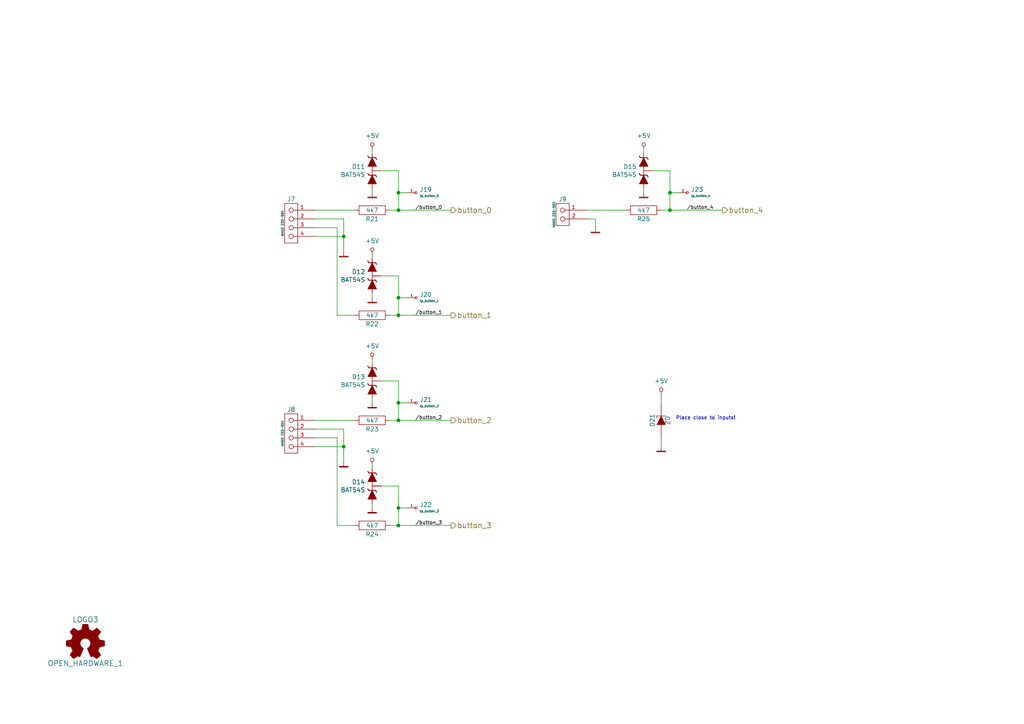
<source format=kicad_sch>
(kicad_sch (version 20211123) (generator eeschema)
  (paper "A4")
  (title_block (title "switch 3pole (inputs)") (date "2018-12-27") (rev "B") (company "koewiba"))
  (lib_symbols
    (symbol "connectors:CONN_1" (pin_names (offset 1.016))
      (property "Reference" "J" (at 0 1.905 0))
      (property "Value" "CONN_1" (at 0 -1.905 0))
      (symbol "CONN_1_0_1"
        (circle (center 0 0) (radius 0.3556))
      )
      (symbol "CONN_1_1_1"
        (pin passive line (at -2.54 0 0) (length 2.54) (name "~") (number "1"))
      )
    )
    (symbol "connectors:CONN_2X1" (pin_names (offset 1.016) hide)
      (property "Reference" "J" (at 1.905 4.445 0))
      (property "Value" "CONN_2X1" (at 4.445 0 90))
      (symbol "CONN_2X1_0_1"
        (rectangle (start 0 3.175) (end 3.81 -3.175))
      )
      (symbol "CONN_2X1_1_1"
        (pin passive inverted (at -5.08 1.27 0) (length 7.62) (name "1") (number "1"))
        (pin passive inverted (at -5.08 -1.27 0) (length 7.62) (name "2") (number "2"))
      )
    )
    (symbol "connectors:CONN_4X1" (pin_names (offset 1.016) hide)
      (property "Reference" "J" (at 1.905 6.985 0))
      (property "Value" "CONN_4X1" (at 4.445 0 90))
      (symbol "CONN_4X1_0_1"
        (rectangle (start 0 5.715) (end 3.81 -5.715))
      )
      (symbol "CONN_4X1_1_1"
        (pin passive inverted (at -5.08 3.81 0) (length 7.62) (name "1") (number "1"))
        (pin passive inverted (at -5.08 1.27 0) (length 7.62) (name "2") (number "2"))
        (pin input inverted (at -5.08 -1.27 0) (length 7.62) (name "3") (number "3"))
        (pin input inverted (at -5.08 -3.81 0) (length 7.62) (name "4") (number "4"))
      )
    )
    (symbol "diodes:BAT54S" (pin_numbers hide) (pin_names (offset 1.016) hide)
      (property "Reference" "D" (at 1.905 -6.35 0))
      (property "Value" "BAT54S" (at 0 6.35 0))
      (symbol "BAT54S_0_1"
        (polyline (pts (xy 0 -1.27) (xy 0 1.27) (xy 0 1.27)))
        (polyline (pts (xy -1.27 -1.778) (xy -1.016 -1.27) (xy 1.016 -1.27) (xy 1.27 -0.762)) (stroke (width 0.254)))
        (polyline (pts (xy -1.27 1.27) (xy 1.27 1.27) (xy 0 3.81) (xy -1.27 1.27) (xy -1.27 1.27)) (fill (type outline)))
        (polyline (pts (xy -1.27 3.302) (xy -1.016 3.81) (xy 1.016 3.81) (xy 1.27 4.318) (xy 1.27 4.318)) (stroke (width 0.254)))
        (polyline (pts (xy 0 -1.27) (xy -1.27 -3.81) (xy 1.27 -3.81) (xy 0 -1.27) (xy 0 -1.27)) (fill (type outline)))
      )
      (symbol "BAT54S_1_1"
        (pin input line (at 0 -5.08 90) (length 2.54) (name "1") (number "1"))
        (pin input line (at 0 5.08 270) (length 2.54) (name "2") (number "2"))
        (pin input line (at -2.54 0 0) (length 2.54) (name "3") (number "3"))
      )
    )
    (symbol "logo:OPEN_HARDWARE_1" (pin_names (offset 1.016))
      (property "Reference" "LOGO" (at 0 6.985 0))
      (property "Value" "OPEN_HARDWARE_1" (at 0 -5.715 0))
      (symbol "OPEN_HARDWARE_1_0_1"
        (polyline (pts (xy 3.3528 -4.3434) (xy 3.302 -4.318) (xy 3.175 -4.2418) (xy 2.9972 -4.1148) (xy 2.7686 -3.9624) (xy 2.54 -3.81) (xy 2.3622 -3.7084) (xy 2.2352 -3.6068) (xy 2.1844 -3.5814) (xy 2.159 -3.6068) (xy 2.0574 -3.6576) (xy 1.905 -3.7338) (xy 1.8034 -3.7846) (xy 1.6764 -3.8354) (xy 1.6002 -3.8354) (xy 1.6002 -3.8354) (xy 1.5494 -3.7338) (xy 1.4732 -3.5306) (xy 1.3462 -3.302) (xy 1.2446 -3.0226) (xy 1.1176 -2.7178) (xy 0.9652 -2.413) (xy 0.8636 -2.1082) (xy 0.7366 -1.8288) (xy 0.6604 -1.6256) (xy 0.6096 -1.4732) (xy 0.5842 -1.397) (xy 0.5842 -1.397) (xy 0.6604 -1.3208) (xy 0.7874 -1.2446) (xy 1.0414 -1.016) (xy 1.2954 -0.6858) (xy 1.4478 -0.3302) (xy 1.524 0.0762) (xy 1.4732 0.4572) (xy 1.3208 0.8128) (xy 1.0668 1.143) (xy 0.762 1.3716) (xy 0.4064 1.524) (xy 0 1.5748) (xy -0.381 1.5494) (xy -0.7366 1.397) (xy -1.0668 1.143) (xy -1.2192 0.9906) (xy -1.397 0.6604) (xy -1.524 0.3048) (xy -1.524 0.2286) (xy -1.4986 -0.1778) (xy -1.397 -0.5334) (xy -1.1938 -0.8636) (xy -0.9144 -1.143) (xy -0.8636 -1.1684) (xy -0.7366 -1.27) (xy -0.635 -1.3462) (xy -0.5842 -1.397) (xy -1.0668 -2.5908) (xy -1.143 -2.794) (xy -1.2954 -3.1242) (xy -1.397 -3.4036) (xy -1.4986 -3.6322) (xy -1.5748 -3.7846) (xy -1.6002 -3.8354) (xy -1.6002 -3.8354) (xy -1.651 -3.8354) (xy -1.7272 -3.81) (xy -1.905 -3.7338) (xy -2.0066 -3.683) (xy -2.1336 -3.6068) (xy -2.2098 -3.5814) (xy -2.2606 -3.6068) (xy -2.3622 -3.683) (xy -2.54 -3.81) (xy -2.7686 -3.9624) (xy -2.9718 -4.0894) (xy -3.1496 -4.2164) (xy -3.302 -4.318) (xy -3.3528 -4.3434) (xy -3.3782 -4.3434) (xy -3.429 -4.318) (xy -3.5306 -4.2164) (xy -3.7084 -4.064) (xy -3.937 -3.8354) (xy -3.9624 -3.81) (xy -4.1656 -3.6068) (xy -4.318 -3.4544) (xy -4.4196 -3.3274) (xy -4.445 -3.2766) (xy -4.445 -3.2766) (xy -4.4196 -3.2258) (xy -4.318 -3.0734) (xy -4.2164 -2.8956) (xy -4.064 -2.667) (xy -3.6576 -2.0828) (xy -3.8862 -1.5494) (xy -3.937 -1.3716) (xy -4.0386 -1.1684) (xy -4.0894 -1.0414) (xy -4.1148 -0.9652) (xy -4.191 -0.9398) (xy -4.318 -0.9144) (xy -4.5466 -0.8636) (xy -4.8006 -0.8128) (xy -5.0546 -0.7874) (xy -5.2578 -0.7366) (xy -5.4356 -0.7112) (xy -5.5118 -0.6858) (xy -5.5118 -0.6858) (xy -5.5372 -0.635) (xy -5.5372 -0.5588) (xy -5.5372 -0.4318) (xy -5.5626 -0.2286) (xy -5.5626 0.0762) (xy -5.5626 0.127) (xy -5.5372 0.4064) (xy -5.5372 0.635) (xy -5.5372 0.762) (xy -5.5372 0.8382) (xy -5.5372 0.8382) (xy -5.461 0.8382) (xy -5.3086 0.889) (xy -5.08 0.9144) (xy -4.826 0.9652) (xy -4.8006 0.9906) (xy -4.5466 1.0414) (xy -4.318 1.0668) (xy -4.1656 1.1176) (xy -4.0894 1.143) (xy -4.0894 1.143) (xy -4.0386 1.2446) (xy -3.9624 1.4224) (xy -3.8608 1.6256) (xy -3.7846 1.8288) (xy -3.7084 2.0066) (xy -3.6576 2.159) (xy -3.6322 2.2098) (xy -3.6322 2.2098) (xy -3.683 2.286) (xy -3.7592 2.413) (xy -3.8862 2.5908) (xy -4.064 2.8194) (xy -4.064 2.8448) (xy -4.2164 3.0734) (xy -4.3434 3.2512) (xy -4.4196 3.3782) (xy -4.445 3.4544) (xy -4.445 3.4544) (xy -4.3942 3.5052) (xy -4.2926 3.6322) (xy -4.1148 3.81) (xy -3.937 4.0132) (xy -3.8608 4.064) (xy -3.6576 4.2926) (xy -3.5052 4.4196) (xy -3.4036 4.4958) (xy -3.3528 4.5212) (xy -3.3528 4.5212) (xy -3.302 4.4704) (xy -3.1496 4.3688) (xy -2.9718 4.2418) (xy -2.7432 4.0894) (xy -2.7178 4.0894) (xy -2.4892 3.937) (xy -2.3114 3.81) (xy -2.1844 3.7084) (xy -2.1336 3.683) (xy -2.1082 3.683) (xy -2.032 3.7084) (xy -1.8542 3.7592) (xy -1.6764 3.8354) (xy -1.4732 3.937) (xy -1.27 4.0132) (xy -1.143 4.064) (xy -1.0668 4.1148) (xy -1.0668 4.1148) (xy -1.0414 4.191) (xy -1.016 4.3434) (xy -0.9652 4.572) (xy -0.9144 4.8514) (xy -0.889 4.9022) (xy -0.8382 5.1562) (xy -0.8128 5.3848) (xy -0.7874 5.5372) (xy -0.762 5.588) (xy -0.7112 5.6134) (xy -0.5842 5.6134) (xy -0.4064 5.6134) (xy -0.1524 5.6134) (xy 0.0762 5.6134) (xy 0.3302 5.6134) (xy 0.5334 5.6134) (xy 0.6858 5.588) (xy 0.7366 5.588) (xy 0.7366 5.588) (xy 0.762 5.5118) (xy 0.8128 5.334) (xy 0.8382 5.1054) (xy 0.9144 4.826) (xy 0.9144 4.7752) (xy 0.9652 4.5212) (xy 1.016 4.2926) (xy 1.0414 4.1402) (xy 1.0668 4.0894) (xy 1.0668 4.0894) (xy 1.1938 4.0386) (xy 1.3716 3.9624) (xy 1.5748 3.8608) (xy 2.0828 3.6576) (xy 2.7178 4.0894) (xy 2.7686 4.1402) (xy 2.9972 4.2926) (xy 3.175 4.4196) (xy 3.302 4.4958) (xy 3.3782 4.5212) (xy 3.3782 4.5212) (xy 3.429 4.4704) (xy 3.556 4.3434) (xy 3.7338 4.191) (xy 3.9116 3.9878) (xy 4.064 3.8354) (xy 4.2418 3.6576) (xy 4.3434 3.556) (xy 4.4196 3.4798) (xy 4.4196 3.429) (xy 4.4196 3.4036) (xy 4.3942 3.3274) (xy 4.2926 3.2004) (xy 4.1656 2.9972) (xy 4.0132 2.794) (xy 3.8862 2.5908) (xy 3.7592 2.3876) (xy 3.6576 2.2352) (xy 3.6322 2.159) (xy 3.6322 2.1336) (xy 3.683 2.0066) (xy 3.7592 1.8288) (xy 3.8608 1.6002) (xy 4.064 1.1176) (xy 4.3942 1.0414) (xy 4.5974 1.016) (xy 4.8768 0.9652) (xy 5.1308 0.9144) (xy 5.5372 0.8382) (xy 5.5626 -0.6604) (xy 5.4864 -0.6858) (xy 5.4356 -0.6858) (xy 5.2832 -0.7366) (xy 5.0546 -0.762) (xy 4.8006 -0.8128) (xy 4.5974 -0.8636) (xy 4.3688 -0.9144) (xy 4.2164 -0.9398) (xy 4.1402 -0.9398) (xy 4.1148 -0.9652) (xy 4.064 -1.0668) (xy 3.9878 -1.2446) (xy 3.9116 -1.4478) (xy 3.81 -1.651) (xy 3.7338 -1.8542) (xy 3.683 -2.0066) (xy 3.6576 -2.0828) (xy 3.683 -2.1336) (xy 3.7846 -2.2606) (xy 3.8862 -2.4638) (xy 4.0386 -2.667) (xy 4.191 -2.8956) (xy 4.318 -3.0734) (xy 4.3942 -3.2004) (xy 4.445 -3.2766) (xy 4.4196 -3.3274) (xy 4.3434 -3.429) (xy 4.1656 -3.5814) (xy 3.937 -3.8354) (xy 3.8862 -3.8608) (xy 3.683 -4.064) (xy 3.5306 -4.2164) (xy 3.4036 -4.318) (xy 3.3528 -4.3434)) (fill (type outline)))
      )
    )
    (symbol "power:+5V" (power) (pin_names (offset 1.016))
      (property "Value" "+5V" (at 0 2.794 0))
      (symbol "+5V_0_0"
        (pin power_in line (at 0 0 90) (length 0) hide (name "+5V") (number "1"))
      )
      (symbol "+5V_0_1"
        (polyline (pts (xy 0 0) (xy 0 0.762) (xy 0 0.762) (xy 0 0.762)))
        (circle (center 0 1.27) (radius 0.508))
      )
    )
    (symbol "power:GND" (power) (pin_names (offset 0.254))
      (symbol "GND_0_1"
        (polyline (pts (xy 0 0) (xy 0 -1.27) (xy 0 -1.27)))
        (polyline (pts (xy 1.27 -1.397) (xy -1.27 -1.397) (xy -1.27 -1.397)))
        (polyline (pts (xy 1.27 -1.27) (xy -1.27 -1.27) (xy -1.27 -1.27)))
        (polyline (pts (xy 1.27 -1.27) (xy 1.27 -1.524) (xy -1.27 -1.524) (xy -1.27 -1.27) (xy -1.27 -1.27)))
      )
      (symbol "GND_1_1"
        (pin power_in line (at 0 0 90) (length 0) hide (name "GND") (number "1"))
      )
    )
    (symbol "standard:R" (pin_numbers hide) (pin_names (offset 1.016) hide)
      (property "Reference" "R" (at 0 -2.54 0))
      (property "Value" "R" (at 0 0 0))
      (symbol "R_0_1"
        (rectangle (start -3.81 1.27) (end 3.81 -1.27))
      )
      (symbol "R_1_1"
        (pin passive line (at -5.08 0 0) (length 1.27) (name "1") (number "1"))
        (pin passive line (at 5.08 0 180) (length 1.27) (name "2") (number "2"))
      )
    )
    (symbol "standard:ZD" (pin_numbers hide) (pin_names (offset 1.016) hide)
      (property "Reference" "D" (at 0 2.54 0))
      (property "Value" "ZD" (at 0 -1.905 0))
      (symbol "ZD_0_1"
        (polyline (pts (xy -1.27 0) (xy -2.54 0) (xy -2.54 0)))
        (polyline (pts (xy 1.27 -1.27) (xy 1.27 1.27) (xy 0.635 1.27)))
        (polyline (pts (xy 1.27 0) (xy -1.27 -1.27) (xy -1.27 1.27) (xy 1.27 0) (xy 1.27 0)) (stroke (width 0.0254)) (fill (type outline)))
        (polyline (pts (xy 2.54 0) (xy 1.27 0) (xy 1.27 0) (xy 1.27 0) (xy 1.27 0)))
      )
      (symbol "ZD_1_1"
        (pin input line (at -5.08 0 0) (length 2.54) (name "A") (number "1"))
        (pin input line (at 5.08 0 180) (length 2.54) (name "C") (number "2"))
      )
    )
  )
  (junction (at 115.57 60.96))
  (junction (at 194.31 55.88))
  (junction (at 115.57 121.92))
  (junction (at 115.57 91.44))
  (junction (at 115.57 152.4))
  (junction (at 194.31 60.96))
  (junction (at 115.57 116.84))
  (junction (at 115.57 55.88))
  (junction (at 115.57 86.36))
  (junction (at 115.57 147.32))
  (junction (at 99.695 68.58))
  (junction (at 99.695 129.54))
  (wire (pts (xy 186.69 43.18) (xy 186.69 44.45)))
  (wire (pts (xy 102.87 60.96) (xy 91.44 60.96)))
  (wire (pts (xy 194.31 49.53) (xy 189.23 49.53)))
  (wire (pts (xy 170.18 63.5) (xy 172.72 63.5)))
  (wire (pts (xy 115.57 86.36) (xy 115.57 80.01)))
  (wire (pts (xy 115.57 152.4) (xy 113.03 152.4)))
  (wire (pts (xy 102.87 121.92) (xy 91.44 121.92)))
  (wire (pts (xy 107.95 146.05) (xy 107.95 147.32)))
  (wire (pts (xy 99.695 129.54) (xy 99.695 133.985)))
  (wire (pts (xy 115.57 49.53) (xy 110.49 49.53)))
  (wire (pts (xy 115.57 116.84) (xy 115.57 110.49)))
  (wire (pts (xy 99.695 63.5) (xy 99.695 68.58)))
  (wire (pts (xy 191.77 114.3) (xy 191.77 116.84)))
  (wire (pts (xy 130.81 91.44) (xy 115.57 91.44)))
  (wire (pts (xy 115.57 60.96) (xy 115.57 55.88)))
  (wire (pts (xy 115.57 55.88) (xy 115.57 49.53)))
  (wire (pts (xy 115.57 110.49) (xy 110.49 110.49)))
  (wire (pts (xy 107.95 73.66) (xy 107.95 74.93)))
  (wire (pts (xy 118.11 147.32) (xy 115.57 147.32)))
  (wire (pts (xy 91.44 66.04) (xy 97.79 66.04)))
  (wire (pts (xy 99.695 124.46) (xy 99.695 129.54)))
  (wire (pts (xy 115.57 152.4) (xy 115.57 147.32)))
  (wire (pts (xy 130.81 121.92) (xy 115.57 121.92)))
  (wire (pts (xy 102.87 91.44) (xy 97.79 91.44)))
  (wire (pts (xy 115.57 91.44) (xy 113.03 91.44)))
  (wire (pts (xy 191.77 127) (xy 191.77 129.54)))
  (wire (pts (xy 99.695 68.58) (xy 91.44 68.58)))
  (wire (pts (xy 194.31 60.96) (xy 194.31 55.88)))
  (wire (pts (xy 118.11 55.88) (xy 115.57 55.88)))
  (wire (pts (xy 115.57 121.92) (xy 115.57 116.84)))
  (wire (pts (xy 107.95 134.62) (xy 107.95 135.89)))
  (wire (pts (xy 186.69 54.61) (xy 186.69 55.88)))
  (wire (pts (xy 115.57 140.97) (xy 110.49 140.97)))
  (wire (pts (xy 172.72 63.5) (xy 172.72 66.04)))
  (wire (pts (xy 107.95 43.18) (xy 107.95 44.45)))
  (wire (pts (xy 130.81 60.96) (xy 115.57 60.96)))
  (wire (pts (xy 115.57 91.44) (xy 115.57 86.36)))
  (wire (pts (xy 209.55 60.96) (xy 194.31 60.96)))
  (wire (pts (xy 115.57 147.32) (xy 115.57 140.97)))
  (wire (pts (xy 115.57 60.96) (xy 113.03 60.96)))
  (wire (pts (xy 130.81 152.4) (xy 115.57 152.4)))
  (wire (pts (xy 181.61 60.96) (xy 170.18 60.96)))
  (wire (pts (xy 107.95 85.09) (xy 107.95 86.36)))
  (wire (pts (xy 107.95 104.14) (xy 107.95 105.41)))
  (wire (pts (xy 97.79 152.4) (xy 97.79 127)))
  (wire (pts (xy 99.695 68.58) (xy 99.695 73.025)))
  (wire (pts (xy 107.95 54.61) (xy 107.95 55.88)))
  (wire (pts (xy 99.695 124.46) (xy 91.44 124.46)))
  (wire (pts (xy 194.31 60.96) (xy 191.77 60.96)))
  (wire (pts (xy 115.57 80.01) (xy 110.49 80.01)))
  (wire (pts (xy 91.44 127) (xy 97.79 127)))
  (wire (pts (xy 99.695 63.5) (xy 91.44 63.5)))
  (wire (pts (xy 118.11 86.36) (xy 115.57 86.36)))
  (wire (pts (xy 107.95 115.57) (xy 107.95 116.84)))
  (wire (pts (xy 99.695 129.54) (xy 91.44 129.54)))
  (wire (pts (xy 115.57 121.92) (xy 113.03 121.92)))
  (wire (pts (xy 102.87 152.4) (xy 97.79 152.4)))
  (wire (pts (xy 97.79 91.44) (xy 97.79 66.04)))
  (wire (pts (xy 194.31 55.88) (xy 194.31 49.53)))
  (wire (pts (xy 196.85 55.88) (xy 194.31 55.88)))
  (wire (pts (xy 118.11 116.84) (xy 115.57 116.84)))
  (text "Place close to inputs!" (at 213.36 121.92 180) (effects (font (size 1.016 1.016)) (justify right bottom)))
  (label "/button_4" (at 207.01 60.96 180) (effects (font (size 1.016 1.016))))
  (label "/button_0" (at 128.27 60.96 180) (effects (font (size 1.016 1.016))))
  (label "/button_2" (at 128.27 121.92 180) (effects (font (size 1.016 1.016))))
  (label "/button_3" (at 128.27 152.4 180) (effects (font (size 1.016 1.016))))
  (label "/button_1" (at 128.27 91.44 180) (effects (font (size 1.016 1.016))))
  (hierarchical_label "button_0" (shape output) (at 130.81 60.96 0) (effects (font (size 1.524 1.524))))
  (hierarchical_label "button_4" (shape output) (at 209.55 60.96 0) (effects (font (size 1.524 1.524))))
  (hierarchical_label "button_1" (shape output) (at 130.81 91.44 0) (effects (font (size 1.524 1.524))))
  (hierarchical_label "button_2" (shape output) (at 130.81 121.92 0) (effects (font (size 1.524 1.524))))
  (hierarchical_label "button_3" (shape output) (at 130.81 152.4 0) (effects (font (size 1.524 1.524))))
  (symbol (lib_id "standard:R") (at 107.95 91.44 0) (mirror y) (unit 1)
    (property "Reference" "R22" (at 107.95 93.98 0))
    (property "Value" "4k7" (at 107.95 91.44 0))
    (property "Footprint" "Resistor:R_0805" (effects hide))
  )
  (symbol (lib_id "power:+5V") (at 107.95 73.66 0) (mirror y) (unit 1)
    (property "Reference" "#PWR014" (effects hide))
    (property "Value" "+5V" (at 107.95 69.85 0))
  )
  (symbol (lib_id "power:GND") (at 107.95 86.36 0) (mirror y) (unit 1)
    (property "Reference" "#PWR015" (effects hide))
    (property "Value" "GND" (effects hide))
  )
  (symbol (lib_id "power:GND") (at 99.695 73.025 0) (mirror y) (unit 1)
    (property "Reference" "#PWR016" (effects hide))
    (property "Value" "GND" (effects hide))
  )
  (symbol (lib_id "diodes:BAT54S") (at 107.95 80.01 0) (mirror y) (unit 1)
    (property "Reference" "D12" (at 105.9434 78.8416 0) (effects (justify left)))
    (property "Value" "BAT54S" (at 105.9434 81.153 0) (effects (justify left)))
    (property "Footprint" "Housings_SOT:SOT23-3" (effects hide))
  )
  (symbol (lib_id "connectors:CONN_4X1") (at 86.36 64.77 0) (mirror y) (unit 1)
    (property "Reference" "J7" (at 84.455 57.785 0))
    (property "Value" "WAGO 233-504" (at 81.915 64.77 90) (effects (font (size 0.635 0.635))))
    (property "Footprint" "Connector_WAGO:WAGO233-4" (effects hide))
  )
  (symbol (lib_id "power:+5V") (at 107.95 43.18 0) (mirror y) (unit 1)
    (property "Reference" "#PWR017" (effects hide))
    (property "Value" "+5V" (at 107.95 39.37 0))
  )
  (symbol (lib_id "power:GND") (at 107.95 55.88 0) (mirror y) (unit 1)
    (property "Reference" "#PWR018" (effects hide))
    (property "Value" "GND" (effects hide))
  )
  (symbol (lib_id "diodes:BAT54S") (at 107.95 49.53 0) (mirror y) (unit 1)
    (property "Reference" "D11" (at 105.9434 48.3616 0) (effects (justify left)))
    (property "Value" "BAT54S" (at 105.9434 50.673 0) (effects (justify left)))
    (property "Footprint" "Housings_SOT:SOT23-3" (effects hide))
  )
  (symbol (lib_id "standard:R") (at 107.95 60.96 0) (mirror y) (unit 1)
    (property "Reference" "R21" (at 107.95 63.5 0))
    (property "Value" "4k7" (at 107.95 60.96 0))
    (property "Footprint" "Resistor:R_0805" (effects hide))
  )
  (symbol (lib_id "power:+5V") (at 107.95 134.62 0) (mirror y) (unit 1)
    (property "Reference" "#PWR019" (effects hide))
    (property "Value" "+5V" (at 107.95 130.81 0))
  )
  (symbol (lib_id "power:GND") (at 107.95 147.32 0) (mirror y) (unit 1)
    (property "Reference" "#PWR020" (effects hide))
    (property "Value" "GND" (effects hide))
  )
  (symbol (lib_id "power:GND") (at 99.695 133.985 0) (mirror y) (unit 1)
    (property "Reference" "#PWR021" (effects hide))
    (property "Value" "GND" (effects hide))
  )
  (symbol (lib_id "diodes:BAT54S") (at 107.95 140.97 0) (mirror y) (unit 1)
    (property "Reference" "D14" (at 105.9434 139.8016 0) (effects (justify left)))
    (property "Value" "BAT54S" (at 105.9434 142.113 0) (effects (justify left)))
    (property "Footprint" "Housings_SOT:SOT23-3" (effects hide))
  )
  (symbol (lib_id "connectors:CONN_4X1") (at 86.36 125.73 0) (mirror y) (unit 1)
    (property "Reference" "J8" (at 84.455 118.745 0))
    (property "Value" "WAGO 233-504" (at 81.915 125.73 90) (effects (font (size 0.635 0.635))))
    (property "Footprint" "Connector_WAGO:WAGO233-4" (effects hide))
  )
  (symbol (lib_id "standard:R") (at 107.95 152.4 0) (mirror y) (unit 1)
    (property "Reference" "R24" (at 107.95 154.94 0))
    (property "Value" "4k7" (at 107.95 152.4 0))
    (property "Footprint" "Resistor:R_0805" (effects hide))
  )
  (symbol (lib_id "power:+5V") (at 107.95 104.14 0) (mirror y) (unit 1)
    (property "Reference" "#PWR022" (effects hide))
    (property "Value" "+5V" (at 107.95 100.33 0))
  )
  (symbol (lib_id "power:GND") (at 107.95 116.84 0) (mirror y) (unit 1)
    (property "Reference" "#PWR023" (effects hide))
    (property "Value" "GND" (effects hide))
  )
  (symbol (lib_id "diodes:BAT54S") (at 107.95 110.49 0) (mirror y) (unit 1)
    (property "Reference" "D13" (at 105.9434 109.3216 0) (effects (justify left)))
    (property "Value" "BAT54S" (at 105.9434 111.633 0) (effects (justify left)))
    (property "Footprint" "Housings_SOT:SOT23-3" (effects hide))
  )
  (symbol (lib_id "standard:R") (at 107.95 121.92 0) (mirror y) (unit 1)
    (property "Reference" "R23" (at 107.95 124.46 0))
    (property "Value" "4k7" (at 107.95 121.92 0))
    (property "Footprint" "Resistor:R_0805" (effects hide))
  )
  (symbol (lib_id "power:GND") (at 172.72 66.04 0) (mirror y) (unit 1)
    (property "Reference" "#PWR028" (effects hide))
    (property "Value" "GND" (effects hide))
  )
  (symbol (lib_id "power:+5V") (at 186.69 43.18 0) (mirror y) (unit 1)
    (property "Reference" "#PWR024" (effects hide))
    (property "Value" "+5V" (at 186.69 39.37 0))
  )
  (symbol (lib_id "power:GND") (at 186.69 55.88 0) (mirror y) (unit 1)
    (property "Reference" "#PWR025" (effects hide))
    (property "Value" "GND" (effects hide))
  )
  (symbol (lib_id "diodes:BAT54S") (at 186.69 49.53 0) (mirror y) (unit 1)
    (property "Reference" "D15" (at 184.6834 48.3616 0) (effects (justify left)))
    (property "Value" "BAT54S" (at 184.6834 50.673 0) (effects (justify left)))
    (property "Footprint" "Housings_SOT:SOT23-3" (effects hide))
  )
  (symbol (lib_id "standard:R") (at 186.69 60.96 0) (mirror y) (unit 1)
    (property "Reference" "R25" (at 186.69 63.5 0))
    (property "Value" "4k7" (at 186.69 60.96 0))
    (property "Footprint" "Resistor:R_0805" (effects hide))
  )
  (symbol (lib_id "standard:ZD") (at 191.77 121.92 90) (unit 1)
    (property "Reference" "D21" (at 189.23 121.92 0))
    (property "Value" "ZD" (at 193.675 121.92 0))
    (property "Footprint" "Diode_SMD:D_MINIMELF" (effects hide))
  )
  (symbol (lib_id "power:+5V") (at 191.77 114.3 0) (unit 1)
    (property "Reference" "#PWR026" (effects hide))
    (property "Value" "+5V" (at 191.77 110.49 0))
  )
  (symbol (lib_id "power:GND") (at 191.77 129.54 0) (unit 1)
    (property "Reference" "#PWR027" (effects hide))
    (property "Value" "GND" (effects hide))
  )
  (symbol (lib_id "logo:OPEN_HARDWARE_1") (at 24.765 186.69 0) (unit 1)
    (property "Reference" "LOGO3" (at 24.765 179.705 0) (effects (font (size 1.524 1.524))))
    (property "Value" "OPEN_HARDWARE_1" (at 24.765 192.405 0) (effects (font (size 1.524 1.524))))
    (property "Footprint" "Symbol:Symbol_OSHW-Logo_Copper" (effects hide))
  )
  (symbol (lib_id "connectors:CONN_2X1") (at 165.1 62.23 0) (mirror y) (unit 1)
    (property "Reference" "J9" (at 163.195 57.785 0))
    (property "Value" "WAGO 233-502" (at 160.655 62.23 90) (effects (font (size 0.635 0.635))))
    (property "Footprint" "Connector_WAGO:WAGO233-4" (effects hide))
  )
  (symbol (lib_id "connectors:CONN_1") (at 120.65 55.88 0) (unit 1)
    (property "Reference" "J19" (at 121.6914 54.9656 0) (effects (justify left)))
    (property "Value" "tp_button_0" (at 121.6914 56.7944 0) (effects (font (size 0.635 0.635)) (justify left)))
    (property "Footprint" "Connector_Miscelleaneus:Testpoint_1mm" (effects hide))
  )
  (symbol (lib_id "connectors:CONN_1") (at 120.65 86.36 0) (unit 1)
    (property "Reference" "J20" (at 121.6914 85.4456 0) (effects (justify left)))
    (property "Value" "tp_button_1" (at 121.6914 87.2744 0) (effects (font (size 0.635 0.635)) (justify left)))
    (property "Footprint" "Connector_Miscelleaneus:Testpoint_1mm" (effects hide))
  )
  (symbol (lib_id "connectors:CONN_1") (at 120.65 116.84 0) (unit 1)
    (property "Reference" "J21" (at 121.6914 115.9256 0) (effects (justify left)))
    (property "Value" "tp_button_2" (at 121.6914 117.7544 0) (effects (font (size 0.635 0.635)) (justify left)))
    (property "Footprint" "Connector_Miscelleaneus:Testpoint_1mm" (effects hide))
  )
  (symbol (lib_id "connectors:CONN_1") (at 120.65 147.32 0) (unit 1)
    (property "Reference" "J22" (at 121.6914 146.4056 0) (effects (justify left)))
    (property "Value" "tp_button_3" (at 121.6914 148.2344 0) (effects (font (size 0.635 0.635)) (justify left)))
    (property "Footprint" "Connector_Miscelleaneus:Testpoint_1mm" (effects hide))
  )
  (symbol (lib_id "connectors:CONN_1") (at 199.39 55.88 0) (unit 1)
    (property "Reference" "J23" (at 200.4314 54.9656 0) (effects (justify left)))
    (property "Value" "tp_button_4" (at 200.4314 56.7944 0) (effects (font (size 0.635 0.635)) (justify left)))
    (property "Footprint" "Connector_Miscelleaneus:Testpoint_1mm" (effects hide))
  )
)
</source>
